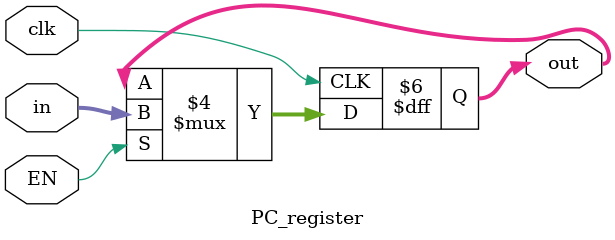
<source format=v>
module PC_register (clk, EN, in, out);
  input clk;
  input EN;
  input [15:0] in;
  output reg [15:0] out;

  initial begin
    out = 0;
  end

  always @(posedge clk) begin
    if (EN == 1) begin
      out <= in;
    end
  end
endmodule

</source>
